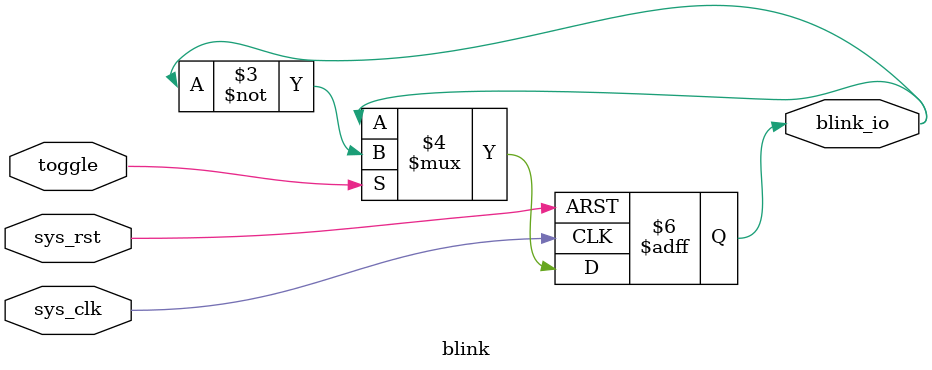
<source format=v>
module blink(
	input		sys_clk,		//ÏµÍ³Ê±ÖÓ
	input		sys_rst,		//ÏµÍ³¸´Î»	

	input		toggle,		//·´×ªÐÅºÅ
	output reg blink_io		//LEDÒý½Å
);

reg blink_flag;

always@(posedge sys_clk or negedge sys_rst) begin
	if (!sys_rst) begin				//ÏµÍ³¸´Î»
				//À­¸ßµçÆ½Ï¨ÃðLED
		blink_io <= 1'b1;
	end

 	else if(toggle)	begin

		blink_io <= ~blink_io;
 	end
	
end
	
endmodule
</source>
